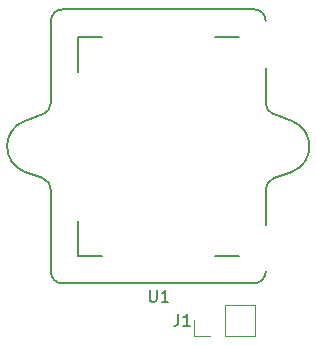
<source format=gbr>
%TF.GenerationSoftware,KiCad,Pcbnew,(6.0.7)*%
%TF.CreationDate,2022-11-28T19:40:44-08:00*%
%TF.ProjectId,as01808ao-enclosure,61733031-3830-4386-916f-2d656e636c6f,rev?*%
%TF.SameCoordinates,Original*%
%TF.FileFunction,Legend,Top*%
%TF.FilePolarity,Positive*%
%FSLAX46Y46*%
G04 Gerber Fmt 4.6, Leading zero omitted, Abs format (unit mm)*
G04 Created by KiCad (PCBNEW (6.0.7)) date 2022-11-28 19:40:44*
%MOMM*%
%LPD*%
G01*
G04 APERTURE LIST*
%ADD10C,0.150000*%
%ADD11C,0.200000*%
%ADD12C,0.120000*%
G04 APERTURE END LIST*
D10*
%TO.C,U1*%
X163576095Y-103592380D02*
X163576095Y-104401904D01*
X163623714Y-104497142D01*
X163671333Y-104544761D01*
X163766571Y-104592380D01*
X163957047Y-104592380D01*
X164052285Y-104544761D01*
X164099904Y-104497142D01*
X164147523Y-104401904D01*
X164147523Y-103592380D01*
X165147523Y-104592380D02*
X164576095Y-104592380D01*
X164861809Y-104592380D02*
X164861809Y-103592380D01*
X164766571Y-103735238D01*
X164671333Y-103830476D01*
X164576095Y-103878095D01*
%TO.C,J1*%
X165992666Y-105624380D02*
X165992666Y-106338666D01*
X165945047Y-106481523D01*
X165849809Y-106576761D01*
X165706952Y-106624380D01*
X165611714Y-106624380D01*
X166992666Y-106624380D02*
X166421238Y-106624380D01*
X166706952Y-106624380D02*
X166706952Y-105624380D01*
X166611714Y-105767238D01*
X166516476Y-105862476D01*
X166421238Y-105910095D01*
D11*
%TO.C,U1*%
X156194000Y-79840000D02*
X172394000Y-79840000D01*
X174051980Y-94157682D02*
X175580646Y-93601293D01*
X175580646Y-89278707D02*
X174051980Y-88722318D01*
X169094000Y-82140000D02*
X171094000Y-82140000D01*
X155194000Y-80840000D02*
X155194000Y-87782625D01*
X157494000Y-100740000D02*
X157494000Y-97740000D01*
X159494000Y-100740000D02*
X157494000Y-100740000D01*
X173394000Y-95097375D02*
X173394000Y-98097375D01*
X171094000Y-100740000D02*
X169094000Y-100740000D01*
X157494000Y-82140000D02*
X159494000Y-82140000D01*
X155194000Y-95097375D02*
X155194000Y-102040000D01*
X173394000Y-87782625D02*
X173394000Y-84782625D01*
X153007354Y-93601293D02*
X154536020Y-94157682D01*
X157494000Y-82140000D02*
X157494000Y-85140000D01*
X172394000Y-103040000D02*
X156194000Y-103040000D01*
X154536020Y-88722318D02*
X153007354Y-89278707D01*
X175580646Y-93601293D02*
G75*
G03*
X175580646Y-89278707I-786646J2161293D01*
G01*
X153007354Y-89278707D02*
G75*
G03*
X153007354Y-93601293I786646J-2161293D01*
G01*
X155193999Y-95097375D02*
G75*
G03*
X154536020Y-94157682I-999999J1D01*
G01*
X156194000Y-79840000D02*
G75*
G03*
X155194000Y-80840000I-1J-999999D01*
G01*
X154536020Y-88722319D02*
G75*
G03*
X155194000Y-87782625I-342020J939693D01*
G01*
X174051979Y-94157679D02*
G75*
G03*
X173394000Y-95097375I342091J-939741D01*
G01*
X172394000Y-103040000D02*
G75*
G03*
X173394000Y-102040000I0J1000000D01*
G01*
X155194000Y-102040000D02*
G75*
G03*
X156194000Y-103040000I999999J-1D01*
G01*
X173394000Y-80840000D02*
G75*
G03*
X172394000Y-79840000I-1000000J0D01*
G01*
X173393948Y-87782625D02*
G75*
G03*
X174051980Y-88722318I1000152J125D01*
G01*
D12*
%TO.C,J1*%
X167326000Y-107502000D02*
X167326000Y-106172000D01*
X172526000Y-107502000D02*
X172526000Y-104842000D01*
X169926000Y-107502000D02*
X172526000Y-107502000D01*
X169926000Y-104842000D02*
X172526000Y-104842000D01*
X168656000Y-107502000D02*
X167326000Y-107502000D01*
X169926000Y-107502000D02*
X169926000Y-104842000D01*
%TD*%
M02*

</source>
